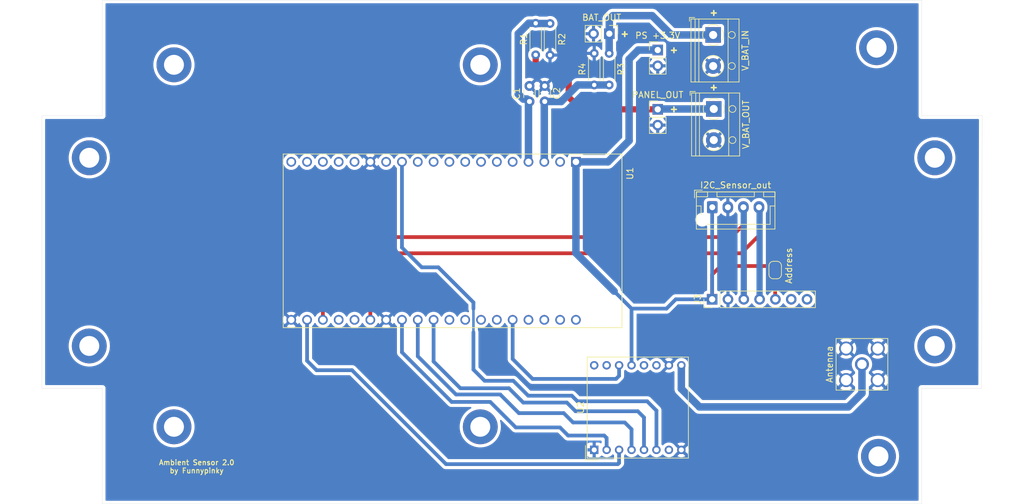
<source format=kicad_pcb>
(kicad_pcb (version 20211014) (generator pcbnew)
  (layers (0 "F.Cu" signal) (31 "B.Cu" signal) (34 "B.Paste" user) (35 "F.Paste" user) (36 "B.SilkS" user "B.Silkscreen") (37 "F.SilkS" user "F.Silkscreen") (38 "B.Mask" user) (39 "F.Mask" user) (44 "Edge.Cuts" user))
  (net 0 "")
  (net 1 "Net-(J1-Pad1)")
  (net 2 "GND")
  (net 3 "V_PANEL")
  (net 6 "V_BAT")
  (net 7 "VCC")
  (net 15 "Net-(U1-Pad12)")
  (net 25 "DI0")
  (net 30 "NSS")
  (net 31 "CLK")
  (net 32 "MISO")
  (net 33 "SDA")
  (net 36 "SCL")
  (net 37 "MOSI")
  (net 43 "Net-(J3-Pad5)")
  (net 46 "Net-(J4-Pad1)")
  (net 47 "Net-(J6-Pad1)")
  (footprint "MountingHole:MountingHole_3.2mm_M3_DIN965_Pad" (layer "F.Cu") (at 184.95 106.05)
    (fp_text reference "REF**" hide)
    (fp_text value "MountingHole_3.2mm_M3_DIN965_Pad")
    (pad "1" thru_hole circle locked (at 0 0) (size 5.6 5.6) (drill 3.2) (layers *.Cu *.Mask))
  )
  (footprint "Connector_JST:JST_XH_B4B-XH-AM_1x04_P2.50mm_Vertical" (layer "F.Cu") (at 158.26 66)
    (fp_text reference "I2C_Sensor_out" (at 3.75 -3.55) (layer "F.SilkS"))
    (fp_text value "I2C_OUT")
    (fp_line (start -0.75 -2.45) (end -2.55 -2.45) (layer "F.SilkS") (width 0.12))
    (fp_line (start 3.75 2.75) (end -0.74 2.75) (layer "F.SilkS") (width 0.12))
    (fp_line (start 6.75 -2.45) (end 0.75 -2.45) (layer "F.SilkS") (width 0.12))
    (fp_line (start -2.55 -2.45) (end -2.55 -1.7) (layer "F.SilkS") (width 0.12))
    (fp_line (start 8.25 -2.45) (end 8.25 -1.7) (layer "F.SilkS") (width 0.12))
    (fp_line (start -2.85 -2.75) (end -2.85 -1.5) (layer "F.SilkS") (width 0.12))
    (fp_line (start 6.75 -1.7) (end 6.75 -2.45) (layer "F.SilkS") (width 0.12))
    (fp_line (start 0.75 -2.45) (end 0.75 -1.7) (layer "F.SilkS") (width 0.12))
    (fp_line (start -0.75 -1.7) (end -0.75 -2.45) (layer "F.SilkS") (width 0.12))
    (fp_line (start 8.25 -1.7) (end 10.05 -1.7) (layer "F.SilkS") (width 0.12))
    (fp_line (start -2.55 -1.7) (end -0.75 -1.7) (layer "F.SilkS") (width 0.12))
    (fp_line (start 0.75 -1.7) (end 6.75 -1.7) (layer "F.SilkS") (width 0.12))
    (fp_line (start 10.06 3.51) (end 10.06 -2.46) (layer "F.SilkS") (width 0.12))
    (fp_line (start -2.55 -0.2) (end -1.8 -0.2) (layer "F.SilkS") (width 0.12))
    (fp_line (start 10.05 -0.2) (end 9.3 -0.2) (layer "F.SilkS") (width 0.12))
    (fp_line (start 9.3 2.75) (end 3.75 2.75) (layer "F.SilkS") (width 0.12))
    (fp_line (start 10.05 -1.7) (end 10.05 -2.45) (layer "F.SilkS") (width 0.12))
    (fp_line (start 9.3 -0.2) (end 9.3 2.75) (layer "F.SilkS") (width 0.12))
    (fp_line (start -2.56 -2.46) (end -2.56 3.51) (layer "F.SilkS") (width 0.12))
    (fp_line (start -2.56 3.51) (end 10.06 3.51) (layer "F.SilkS") (width 0.12))
    (fp_line (start 10.05 -2.45) (end 8.25 -2.45) (layer "F.SilkS") (width 0.12))
    (fp_line (start 10.06 -2.46) (end -2.56 -2.46) (layer "F.SilkS") (width 0.12))
    (fp_line (start -1.8 -0.2) (end -1.8 1.14) (layer "F.SilkS") (width 0.12))
    (fp_line (start -1.6 -2.75) (end -2.85 -2.75) (layer "F.SilkS") (width 0.12))
    (pad "" np_thru_hole circle locked (at -1.6 2) (size 1.2 1.2) (drill 1.2) (layers *.Cu *.Mask))
    (pad "1" thru_hole roundrect locked (at 0 0) (size 1.7 1.95) (drill 0.95) (layers *.Cu *.Mask) (roundrect_rratio 0.1470588235) (net 7 "VCC"))
    (pad "2" thru_hole oval locked (at 2.5 0) (size 1.7 1.95) (drill 0.95) (layers *.Cu *.Mask) (net 2 "GND"))
    (pad "3" thru_hole oval locked (at 5 0) (size 1.7 1.95) (drill 0.95) (layers *.Cu *.Mask) (net 36 "SCL"))
    (pad "4" thru_hole oval locked (at 7.5 0) (size 1.7 1.95) (drill 0.95) (layers *.Cu *.Mask) (net 33 "SDA"))
  )
  (footprint "Resistor_THT:R_Axial_DIN0204_L3.6mm_D1.6mm_P5.08mm_Horizontal" (layer "F.Cu") (at 132.2 36.46 -90)
    (fp_text reference "R2" (at 2.54 -1.92 90) (layer "F.SilkS"))
    (fp_text value "510k")
    (fp_line (start 0.62 0.92) (end 4.46 0.92) (layer "F.SilkS") (width 0.12))
    (fp_line (start 0.62 -0.92) (end 4.46 -0.92) (layer "F.SilkS") (width 0.12))
    (pad "1" thru_hole circle locked (at 0 0 270) (size 1.4 1.4) (drill 0.7) (layers *.Cu *.Mask) (net 3 "V_PANEL"))
    (pad "2" thru_hole oval locked (at 5.08 0 270) (size 1.4 1.4) (drill 0.7) (layers *.Cu *.Mask) (net 2 "GND"))
  )
  (footprint "TerminalBlock_RND:TerminalBlock_RND_205-00012_1x02_P5.00mm_Horizontal" (layer "F.Cu") (at 158.4 38.3 -90)
    (fp_text reference "V_BAT_IN" (at 2.5 -5.16 90) (layer "F.SilkS"))
    (fp_text value "V_BAT_IN")
    (fp_line (start 6.07 -1.275) (end 6.011 -1.216) (layer "F.SilkS") (width 0.12))
    (fp_line (start 3.99 1.216) (end 3.931 1.274) (layer "F.SilkS") (width 0.12))
    (fp_line (start -2.8 3.8) (end -2.2 3.8) (layer "F.SilkS") (width 0.12))
    (fp_line (start -2.56 3.561) (end 7.56 3.561) (layer "F.SilkS") (width 0.12))
    (fp_line (start -2.56 -4.16) (end -2.56 3.561) (layer "F.SilkS") (width 0.12))
    (fp_line (start -2.56 2.9) (end 7.56 2.9) (layer "F.SilkS") (width 0.12))
    (fp_line (start -2.8 2.96) (end -2.8 3.8) (layer "F.SilkS") (width 0.12))
    (fp_line (start 3.82 0.976) (end 3.726 1.069) (layer "F.SilkS") (width 0.12))
    (fp_line (start -2.56 2.3) (end 7.56 2.3) (layer "F.SilkS") (width 0.12))
    (fp_line (start -2.56 -4.16) (end 7.56 -4.16) (layer "F.SilkS") (width 0.12))
    (fp_line (start -2.56 -2.4) (end 7.56 -2.4) (layer "F.SilkS") (width 0.12))
    (fp_line (start 6.275 -1.069) (end 6.181 -0.976) (layer "F.SilkS") (width 0.12))
    (fp_line (start 7.56 -4.16) (end 7.56 3.561) (layer "F.SilkS") (width 0.12))
    (fp_arc (start -0.789089 -1.483953) (mid -0.00005 -1.680708) (end 0.789 -1.484) (layer "F.SilkS") (width 0.12))
    (fp_arc (start -1.483953 0.789089) (mid -1.680708 0.00005) (end -1.484 -0.789) (layer "F.SilkS") (width 0.12))
    (fp_arc (start 0.029383 1.68045) (mid -0.392304 1.634281) (end -0.789 1.484) (layer "F.SilkS") (width 0.12))
    (fp_arc (start 1.483953 -0.789089) (mid 1.680708 -0.00005) (end 1.484 0.789) (layer "F.SilkS") (width 0.12))
    (fp_arc (start 0.788712 1.483352) (mid 0.406429 1.630097) (end 0 1.68) (layer "F.SilkS") (width 0.12))
    (fp_circle (center 5 0) (end 6.68 0) (layer "F.SilkS") (width 0.12) (fill none))
    (fp_circle (center 5 -3) (end 5.55 -3) (layer "F.SilkS") (width 0.12) (fill none))
    (fp_circle (center 0 -3) (end 0.55 -3) (layer "F.SilkS") (width 0.12) (fill none))
    (pad "1" thru_hole rect locked (at 0 0 270) (size 2.5 2.5) (drill 1.3) (layers *.Cu *.Mask) (net 47 "Net-(J6-Pad1)"))
    (pad "2" thru_hole circle locked (at 5 0 270) (size 2.5 2.5) (drill 1.3) (layers *.Cu *.Mask) (net 2 "GND"))
  )
  (footprint "MountingHole:MountingHole_3.2mm_M3_DIN965_Pad" (layer "F.Cu") (at 58.2 88.3)
    (fp_text reference "REF**" hide)
    (fp_text value "MountingHole_3.2mm_M3_DIN965_Pad")
    (pad "1" thru_hole circle locked (at 0 0) (size 5.6 5.6) (drill 3.2) (layers *.Cu *.Mask))
  )
  (footprint "Capacitor_THT:C_Disc_D3.0mm_W1.6mm_P2.50mm" (layer "F.Cu") (at 131.35 49 90)
    (fp_text reference "C2" (at 1.3 1.95 90) (layer "F.SilkS"))
    (fp_text value "100nF")
    (fp_line (start 0.621 -0.92) (end 1.879 -0.92) (layer "F.SilkS") (width 0.12))
    (fp_line (start 0.621 0.92) (end 1.879 0.92) (layer "F.SilkS") (width 0.12))
    (pad "1" thru_hole circle locked (at 0 0 90) (size 1.6 1.6) (drill 0.8) (layers *.Cu *.Mask) (net 6 "V_BAT"))
    (pad "2" thru_hole circle locked (at 2.5 0 90) (size 1.6 1.6) (drill 0.8) (layers *.Cu *.Mask) (net 2 "GND"))
  )
  (footprint "TerminalBlock_RND:TerminalBlock_RND_205-00012_1x02_P5.00mm_Horizontal" (layer "F.Cu") (at 158.5 50.2 -90)
    (fp_text reference "V_BAT_OUT" (at 2.5 -5.16 90) (layer "F.SilkS"))
    (fp_text value "V_PANEL_IN")
    (fp_line (start 6.275 -1.069) (end 6.181 -0.976) (layer "F.SilkS") (width 0.12))
    (fp_line (start 3.99 1.216) (end 3.931 1.274) (layer "F.SilkS") (width 0.12))
    (fp_line (start -2.56 -4.16) (end -2.56 3.561) (layer "F.SilkS") (width 0.12))
    (fp_line (start -2.56 -2.4) (end 7.56 -2.4) (layer "F.SilkS") (width 0.12))
    (fp_line (start 7.56 -4.16) (end 7.56 3.561) (layer "F.SilkS") (width 0.12))
    (fp_line (start 6.07 -1.275) (end 6.011 -1.216) (layer "F.SilkS") (width 0.12))
    (fp_line (start -2.56 -4.16) (end 7.56 -4.16) (layer "F.SilkS") (width 0.12))
    (fp_line (start -2.8 3.8) (end -2.2 3.8) (layer "F.SilkS") (width 0.12))
    (fp_line (start -2.56 3.561) (end 7.56 3.561) (layer "F.SilkS") (width 0.12))
    (fp_line (start 3.82 0.976) (end 3.726 1.069) (layer "F.SilkS") (width 0.12))
    (fp_line (start -2.8 2.96) (end -2.8 3.8) (layer "F.SilkS") (width 0.12))
    (fp_line (start -2.56 2.9) (end 7.56 2.9) (layer "F.SilkS") (width 0.12))
    (fp_line (start -2.56 2.3) (end 7.56 2.3) (layer "F.SilkS") (width 0.12))
    (fp_arc (start 0.788712 1.483352) (mid 0.406429 1.630097) (end 0 1.68) (layer "F.SilkS") (width 0.12))
    (fp_arc (start -1.483953 0.789089) (mid -1.680708 0.00005) (end -1.484 -0.789) (layer "F.SilkS") (width 0.12))
    (fp_arc (start 1.483953 -0.789089) (mid 1.680708 -0.00005) (end 1.484 0.789) (layer "F.SilkS") (width 0.12))
    (fp_arc (start 0.029383 1.68045) (mid -0.392304 1.634281) (end -0.789 1.484) (layer "F.SilkS") (width 0.12))
    (fp_arc (start -0.789089 -1.483953) (mid -0.00005 -1.680708) (end 0.789 -1.484) (layer "F.SilkS") (width 0.12))
    (fp_circle (center 0 -3) (end 0.55 -3) (layer "F.SilkS") (width 0.12) (fill none))
    (fp_circle (center 5 -3) (end 5.55 -3) (layer "F.SilkS") (width 0.12) (fill none))
    (fp_circle (center 5 0) (end 6.68 0) (layer "F.SilkS") (width 0.12) (fill none))
    (pad "1" thru_hole rect locked (at 0 0 270) (size 2.5 2.5) (drill 1.3) (layers *.Cu *.Mask) (net 46 "Net-(J4-Pad1)"))
    (pad "2" thru_hole circle locked (at 5 0 270) (size 2.5 2.5) (drill 1.3) (layers *.Cu *.Mask) (net 2 "GND"))
  )
  (footprint "Connector_PinHeader_2.54mm:PinHeader_1x02_P2.54mm_Vertical" (layer "F.Cu") (at 149.5 40.725)
    (fp_text reference "PS +3,3V" (at 0 -2.33) (layer "F.SilkS"))
    (fp_text value "PS")
    (fp_line (start -1.33 1.27) (end -1.33 3.87) (layer "F.SilkS") (width 0.12))
    (fp_line (start -1.33 1.27) (end 1.33 1.27) (layer "F.SilkS") (width 0.12))
    (fp_line (start -1.33 0) (end -1.33 -1.33) (layer "F.SilkS") (width 0.12))
    (fp_line (start -1.33 -1.33) (end 0 -1.33) (layer "F.SilkS") (width 0.12))
    (fp_line (start -1.33 3.87) (end 1.33 3.87) (layer "F.SilkS") (width 0.12))
    (fp_line (start 1.33 1.27) (end 1.33 3.87) (layer "F.SilkS") (width 0.12))
    (pad "1" thru_hole rect locked (at 0 0) (size 1.7 1.7) (drill 1) (layers *.Cu *.Mask) (net 7 "VCC"))
    (pad "2" thru_hole oval locked (at 0 2.54) (size 1.7 1.7) (drill 1) (layers *.Cu *.Mask) (net 2 "GND"))
  )
  (footprint "MountingHole:MountingHole_3.2mm_M3_DIN965_Pad" (layer "F.Cu") (at 194 88.3)
    (fp_text reference "REF**" hide)
    (fp_text value "MountingHole_3.2mm_M3_DIN965_Pad")
    (pad "1" thru_hole circle locked (at 0 0) (size 5.6 5.6) (drill 3.2) (layers *.Cu *.Mask))
  )
  (footprint "Connector_PinHeader_2.54mm:PinHeader_1x02_P2.54mm_Vertical" (layer "F.Cu") (at 149.5 50.26)
    (fp_text reference "PANEL_OUT" (at 0 -2.33 180) (layer "F.SilkS"))
    (fp_text value "V_PANEL_OUT")
    (fp_line (start -1.33 0) (end -1.33 -1.33) (layer "F.SilkS") (width 0.12))
    (fp_line (start -1.33 1.27) (end -1.33 3.87) (layer "F.SilkS") (width 0.12))
    (fp_line (start 1.33 1.27) (end 1.33 3.87) (layer "F.SilkS") (width 0.12))
    (fp_line (start -1.33 1.27) (end 1.33 1.27) (layer "F.SilkS") (width 0.12))
    (fp_line (start -1.33 -1.33) (end 0 -1.33) (layer "F.SilkS") (width 0.12))
    (fp_line (start -1.33 3.87) (end 1.33 3.87) (layer "F.SilkS") (width 0.12))
    (pad "1" thru_hole rect locked (at 0 0) (size 1.7 1.7) (drill 1) (layers *.Cu *.Mask) (net 46 "Net-(J4-Pad1)"))
    (pad "2" thru_hole oval locked (at 0 2.54) (size 1.7 1.7) (drill 1) (layers *.Cu *.Mask) (net 2 "GND"))
  )
  (footprint "Resistor_THT:R_Axial_DIN0204_L3.6mm_D1.6mm_P5.08mm_Horizontal" (layer "F.Cu") (at 139.3 46.34 90)
    (fp_text reference "R4" (at 2.54 -1.92 90) (layer "F.SilkS"))
    (fp_text value "510k")
    (fp_line (start 0.62 0.92) (end 4.46 0.92) (layer "F.SilkS") (width 0.12))
    (fp_line (start 0.62 -0.92) (end 4.46 -0.92) (layer "F.SilkS") (width 0.12))
    (pad "1" thru_hole circle locked (at 0 0 90) (size 1.4 1.4) (drill 0.7) (layers *.Cu *.Mask) (net 6 "V_BAT"))
    (pad "2" thru_hole oval locked (at 5.08 0 90) (size 1.4 1.4) (drill 0.7) (layers *.Cu *.Mask) (net 2 "GND"))
  )
  (footprint "MountingHole:MountingHole_3.2mm_M3_DIN965_Pad" (layer "F.Cu") (at 58.2 58.05)
    (fp_text reference "REF**" hide)
    (fp_text value "MountingHole_3.2mm_M3_DIN965_Pad")
    (pad "1" thru_hole circle locked (at 0 0) (size 5.6 5.6) (drill 3.2) (layers *.Cu *.Mask))
  )
  (footprint "Resistor_THT:R_Axial_DIN0204_L3.6mm_D1.6mm_P5.08mm_Horizontal" (layer "F.Cu") (at 141.7 41.26 -90)
    (fp_text reference "R3" (at 2.54 -1.92 90) (layer "F.SilkS"))
    (fp_text value "2.2M")
    (fp_line (start 0.62 -0.92) (end 4.46 -0.92) (layer "F.SilkS") (width 0.12))
    (fp_line (start 0.62 0.92) (end 4.46 0.92) (layer "F.SilkS") (width 0.12))
    (pad "1" thru_hole circle locked (at 0 0 270) (size 1.4 1.4) (drill 0.7) (layers *.Cu *.Mask) (net 47 "Net-(J6-Pad1)"))
    (pad "2" thru_hole oval locked (at 5.08 0 270) (size 1.4 1.4) (drill 0.7) (layers *.Cu *.Mask) (net 6 "V_BAT"))
  )
  (footprint "MountingHole:MountingHole_3.2mm_M3_DIN965_Pad" (layer "F.Cu") (at 71.8 101.3)
    (fp_text reference "REF**" hide)
    (fp_text value "MountingHole_3.2mm_M3_DIN965_Pad")
    (pad "1" thru_hole circle locked (at 0 0) (size 5.6 5.6) (drill 3.2) (layers *.Cu *.Mask))
  )
  (footprint "MountingHole:MountingHole_3.2mm_M3_DIN965_Pad" (layer "F.Cu") (at 121 43.1)
    (fp_text reference "REF**" hide)
    (fp_text value "MountingHole_3.2mm_M3_DIN965_Pad")
    (pad "1" thru_hole circle locked (at 0 0) (size 5.6 5.6) (drill 3.2) (layers *.Cu *.Mask))
  )
  (footprint "Capacitor_THT:C_Disc_D3.0mm_W1.6mm_P2.50mm" (layer "F.Cu") (at 128.9 49 90)
    (fp_text reference "C1" (at 1.25 -2.05 90) (layer "F.SilkS"))
    (fp_text value "100nF")
    (fp_line (start 0.621 0.92) (end 1.879 0.92) (layer "F.SilkS") (width 0.12))
    (fp_line (start 0.621 -0.92) (end 1.879 -0.92) (layer "F.SilkS") (width 0.12))
    (pad "1" thru_hole circle locked (at 0 0 90) (size 1.6 1.6) (drill 0.8) (layers *.Cu *.Mask) (net 3 "V_PANEL"))
    (pad "2" thru_hole circle locked (at 2.5 0 90) (size 1.6 1.6) (drill 0.8) (layers *.Cu *.Mask) (net 2 "GND"))
  )
  (footprint "Resistor_THT:R_Axial_DIN0204_L3.6mm_D1.6mm_P5.08mm_Horizontal" (layer "F.Cu") (at 129.9 41.5 90)
    (fp_text reference "R1" (at 2.54 -1.92 90) (layer "F.SilkS"))
    (fp_text value "10M")
    (fp_line (start 0.62 0.92) (end 4.46 0.92) (layer "F.SilkS") (width 0.12))
    (fp_line (start 0.62 -0.92) (end 4.46 -0.92) (layer "F.SilkS") (width 0.12))
    (pad "1" thru_hole circle locked (at 0 0 90) (size 1.4 1.4) (drill 0.7) (layers *.Cu *.Mask) (net 46 "Net-(J4-Pad1)"))
    (pad "2" thru_hole oval locked (at 5.08 0 90) (size 1.4 1.4) (drill 0.7) (layers *.Cu *.Mask) (net 3 "V_PANEL"))
  )
  (footprint "Jumper:SolderJumper-2_P1.3mm_Open_RoundedPad1.0x1.5mm" (layer "F.Cu") (at 168.36 76.1 90)
    (fp_text reference "Address" (at 0.7 2.2 270) (layer "F.SilkS"))
    (fp_text value "Address Select")
    (fp_line (start 0.7 1) (end -0.7 1) (layer "F.SilkS") (width 0.12))
    (fp_line (start -1.4 0.3) (end -1.4 -0.3) (layer "F.SilkS") (width 0.12))
    (fp_line (start -0.7 -1) (end 0.7 -1) (layer "F.SilkS") (width 0.12))
    (fp_line (start 1.4 -0.3) (end 1.4 0.3) (layer "F.SilkS") (width 0.12))
    (fp_arc (start 1.4 0.3) (mid 1.194975 0.794975) (end 0.7 1) (layer "F.SilkS") (width 0.12))
    (fp_arc (start -1.4 -0.3) (mid -1.194975 -0.794975) (end -0.7 -1) (layer "F.SilkS") (width 0.12))
    (fp_arc (start -0.7 1) (mid -1.194975 0.794975) (end -1.4 0.3) (layer "F.SilkS") (width 0.12))
    (fp_arc (start 0.7 -1) (mid 1.194975 -0.794975) (end 1.4 -0.3) (layer "F.SilkS") (width 0.12))
    (pad "1" smd custom locked (at -0.65 0 90) (size 1 0.5) (layers "F.Cu" "F.Mask") (net 43 "Net-(J3-Pad5)") (options (clearance outline) (anchor rect)) (primitives (gr_circle (center 0 0.25) (end 0.5 0.25) (width 0) (fill yes)) (gr_circle (center 0 -0.25) (end 0.5 -0.25) (width 0) (fill yes)) (gr_poly (pts (xy 0 -0.75) (xy 0.5 -0.75) (xy 0.5 0.75) (xy 0 0.75)) (width 0) (fill yes))))
    (pad "2" smd custom locked (at 0.65 0 90) (size 1 0.5) (layers "F.Cu" "F.Mask") (net 7 "VCC") (options (clearance outline) (anchor rect)) (primitives (gr_circle (center 0 0.25) (end 0.5 0.25) (width 0) (fill yes)) (gr_circle (center 0 -0.25) (end 0.5 -0.25) (width 0) (fill yes)) (gr_poly (pts (xy 0 -0.75) (xy -0.5 -0.75) (xy -0.5 0.75) (xy 0 0.75)) (width 0) (fill yes))))
  )
  (footprint "Connector_PinHeader_2.54mm:PinHeader_1x02_P2.54mm_Vertical" (layer "F.Cu") (at 141.725 38.1 -90)
    (fp_text reference "BAT_OUT" (at -2.6 1.225 180) (layer "F.SilkS"))
    (fp_text value "V_BAT_OUT")
    (fp_line (start -1.33 1.27) (end -1.33 3.87) (layer "F.SilkS") (width 0.12))
    (fp_line (start -1.33 -1.33) (end 0 -1.33) (layer "F.SilkS") (width 0.12))
    (fp_line (start -1.33 0) (end -1.33 -1.33) (layer "F.SilkS") (width 0.12))
    (fp_line (start -1.33 3.87) (end 1.33 3.87) (layer "F.SilkS") (width 0.12))
    (fp_line (start 1.33 1.27) (end 1.33 3.87) (layer "F.SilkS") (width 0.12))
    (fp_line (start -1.33 1.27) (end 1.33 1.27) (layer "F.SilkS") (width 0.12))
    (pad "1" thru_hole rect locked (at 0 0 270) (size 1.7 1.7) (drill 1) (layers *.Cu *.Mask) (net 47 "Net-(J6-Pad1)"))
    (pad "2" thru_hole oval locked (at 0 2.54 270) (size 1.7 1.7) (drill 1) (layers *.Cu *.Mask) (net 2 "GND"))
  )
  (footprint "MountingHole:MountingHole_3.2mm_M3_DIN965_Pad" (layer "F.Cu") (at 71.8 43.1)
    (fp_text reference "REF**" hide)
    (fp_text value "MountingHole_3.2mm_M3_DIN965_Pad")
    (pad "1" thru_hole circle locked (at 0 0) (size 5.6 5.6) (drill 3.2) (layers *.Cu *.Mask))
  )
  (footprint "MountingHole:MountingHole_3.2mm_M3_DIN965_Pad" (layer "F.Cu") (at 121 101.3)
    (fp_text reference "REF**" hide)
    (fp_text value "MountingHole_3.2mm_M3_DIN965_Pad")
    (pad "1" thru_hole circle locked (at 0 0) (size 5.6 5.6) (drill 3.2) (layers *.Cu *.Mask))
  )
  (footprint "ESP32-DEVKITC-32D:MODULE_ESP32-DEVKITC-32D" (layer "F.Cu") (at 116.6 71.4 -90)
    (fp_text reference "U1" (at -10.829175 -28.446045 90) (layer "F.SilkS") (effects (font (size 1.000386 1.000386))))
    (fp_text value "ESP32-DevKitC")
    (fp_line (start -13.95 -27.15) (end 13.95 -27.15) (layer "F.SilkS") (width 0.127))
    (fp_line (start 13.95 27.25) (end -13.95 27.25) (layer "F.SilkS") (width 0.127))
    (fp_line (start -13.95 27.25) (end -13.95 -27.15) (layer "F.SilkS") (width 0.127))
    (fp_line (start 13.95 -27.15) (end 13.95 27.25) (layer "F.SilkS") (width 0.127))
    (pad "1" thru_hole rect locked (at -12.7 -19.76 270) (size 1.56 1.56) (drill 1.04) (layers *.Cu *.Mask) (net 7 "VCC"))
    (pad "2" thru_hole circle locked (at -12.7 -17.22 270) (size 1.56 1.56) (drill 1.04) (layers *.Cu *.Mask))
    (pad "3" thru_hole circle locked (at -12.7 -14.68 270) (size 1.56 1.56) (drill 1.04) (layers *.Cu *.Mask) (net 6 "V_BAT"))
    (pad "4" thru_hole circle locked (at -12.7 -12.14 270) (size 1.56 1.56) (drill 1.04) (layers *.Cu *.Mask) (net 3 "V_PANEL"))
    (pad "5" thru_hole circle locked (at -12.7 -9.6 270) (size 1.56 1.56) (drill 1.04) (layers *.Cu *.Mask))
    (pad "6" thru_hole circle locked (at -12.7 -7.06 270) (size 1.56 1.56) (drill 1.04) (layers *.Cu *.Mask))
    (pad "7" thru_hole circle locked (at -12.7 -4.52 270) (size 1.56 1.56) (drill 1.04) (layers *.Cu *.Mask))
    (pad "8" thru_hole circle locked (at -12.7 -1.98 270) (size 1.56 1.56) (drill 1.04) (layers *.Cu *.Mask))
    (pad "9" thru_hole circle locked (at -12.7 0.56 270) (size 1.56 1.56) (drill 1.04) (layers *.Cu *.Mask))
    (pad "10" thru_hole circle locked (at -12.7 3.1 270) (size 1.56 1.56) (drill 1.04) (layers *.Cu *.Mask))
    (pad "11" thru_hole circle locked (at -12.7 5.64 270) (size 1.56 1.56) (drill 1.04) (layers *.Cu *.Mask))
    (pad "12" thru_hole circle locked (at -12.7 8.18 270) (size 1.56 1.56) (drill 1.04) (layers *.Cu *.Mask) (net 15 "Net-(U1-Pad12)"))
    (pad "13" thru_hole circle locked (at -12.7 10.72 270) (size 1.56 1.56) (drill 1.04) (layers *.Cu *.Mask))
    (pad "14" thru_hole circle locked (at -12.7 13.26 270) (size 1.56 1.56) (drill 1.04) (layers *.Cu *.Mask) (net 2 "GND"))
    (pad "15" thru_hole circle locked (at -12.7 15.8 270) (size 1.56 1.56) (drill 1.04) (layers *.Cu *.Mask))
    (pad "16" thru_hole circle locked (at -12.7 18.34 270) (size 1.56 1.56) (drill 1.04) (layers *.Cu *.Mask))
    (pad "17" thru_hole circle locked (at -12.7 20.88 270) (size 1.56 1.56) (drill 1.04) (layers *.Cu *.Mask))
    (pad "18" thru_hole circle locked (at -12.7 23.42 270) (size 1.56 1.56) (drill 1.04) (layers *.Cu *.Mask))
    (pad "19" thru_hole circle locked (at -12.7 25.96 270) (size 1.56 1.56) (drill 1.04) (layers *.Cu *.Mask))
    (pad "20" thru_hole circle locked (at 12.7 -19.76 270) (size 1.56 1.56) (drill 1.04) (layers *.Cu *.Mask))
    (pad "21" thru_hole circle locked (at 12.7 -17.22 270) (size 1.56 1.56) (drill 1.04) (layers *.Cu *.Mask))
    (pad "22" thru_hole circle locked (at 12.7 -14.68 270) (size 1.56 1.56) (drill 1.04) (layers *.Cu *.Mask))
    (pad "23" thru_hole circle locked (at 12.7 -12.14 270) (size 1.56 1.56) (drill 1.04) (layers *.Cu *.Mask))
    (pad "24" thru_hole circle locked (at 12.7 -9.6 270) (size 1.56 1.56) (drill 1.04) (layers *.Cu *.Mask) (net 25 "DI0"))
    (pad "25" thru_hole circle locked (at 12.7 -7.06 270) (size 1.56 1.56) (drill 1.04) (layers *.Cu *.Mask))
    (pad "26" thru_hole circle locked (at 12.7 -4.52 270) (size 1.56 1.56) (drill 1.04) (layers *.Cu *.Mask))
    (pad "27" thru_hole circle locked (at 12.7 -1.98 270) (size 1.56 1.56) (drill 1.04) (layers *.Cu *.Mask))
    (pad "28" thru_hole circle locked (at 12.7 0.56 270) (size 1.56 1.56) (drill 1.04) (layers *.Cu *.Mask))
    (pad "29" thru_hole circle locked (at 12.7 3.1 270) (size 1.56 1.56) (drill 1.04) (layers *.Cu *.Mask) (net 30 "NSS"))
    (pad "30" thru_hole circle locked (at 12.7 5.64 270) (size 1.56 1.56) (drill 1.04) (layers *.Cu *.Mask) (net 31 "CLK"))
    (pad "31" thru_hole circle locked (at 12.7 8.18 270) (size 1.56 1.56) (drill 1.04) (layers *.Cu *.Mask) (net 32 "MISO"))
    (pad "32" thru_hole circle locked (at 12.7 10.72 270) (size 1.56 1.56) (drill 1.04) (layers *.Cu *.Mask) (net 2 "GND"))
    (pad "33" thru_hole circle locked (at 12.7 13.26 270) (size 1.56 1.56) (drill 1.04) (layers *.Cu *.Mask) (net 33 "SDA"))
    (pad "34" thru_hole circle locked (at 12.7 15.8 270) (size 1.56 1.56) (drill 1.04) (layers *.Cu *.Mask))
    (pad "35" thru_hole circle locked (at 12.7 18.34 270) (size 1.56 1.56) (drill 1.04) (layers *.Cu *.Mask))
    (pad "36" thru_hole circle locked (at 12.7 20.88 270) (size 1.56 1.56) (drill 1.04) (layers *.Cu *.Mask) (net 36 "SCL"))
    (pad "37" thru_hole circle locked (at 12.7 23.42 270) (size 1.56 1.56) (drill 1.04) (layers *.Cu *.Mask) (net 37 "MOSI"))
    (pad "38" thru_hole circle locked (at 12.7 25.96 270) (size 1.56 1.56) (drill 1.04) (layers *.Cu *.Mask) (net 2 "GND"))
  )
  (footprint "MountingHole:MountingHole_3.2mm_M3_DIN965_Pad" (layer "F.Cu") (at 194 58.05)
    (fp_text reference "REF**" hide)
    (fp_text value "MountingHole_3.2mm_M3_DIN965_Pad")
    (pad "1" thru_hole circle locked (at 0 0) (size 5.6 5.6) (drill 3.2) (layers *.Cu *.Mask))
  )
  (footprint "RF_Module:HOPERF_RFM9XW_THT" (layer "F.Cu") (at 139.2925 105.0075 90)
    (fp_text reference "U2" (at 6.8 -2.17 90) (layer "F.SilkS"))
    (fp_text value "RFM95W-868S2")
    (fp_line (start -1.325 -1.125) (end 14.925 -1.125) (layer "F.SilkS") (width 0.12))
    (fp_line (start 14.925 -1.125) (end 14.925 15.125) (layer "F.SilkS") (width 0.12))
    (fp_line (start -1.6 -1.4) (end 0.7 -1.4) (layer "F.SilkS") (width 0.12))
    (fp_line (start 14.925 15.125) (end -1.325 15.125) (layer "F.SilkS") (width 0.12))
    (fp_line (start -1.6 0.7) (end -1.6 -1.4) (layer "F.SilkS") (width 0.12))
    (fp_line (start -1.325 15.125) (end -1.325 -1.125) (layer "F.SilkS") (width 0.12))
    (pad "1" thru_hole rect locked (at 0 0 90) (size 1.35 1.35) (drill 0.8) (layers *.Cu *.Mask) (net 2 "GND"))
    (pad "2" thru_hole circle locked (at 0 2 90) (size 1.35 1.35) (drill 0.8) (layers *.Cu *.Mask) (net 32 "MISO"))
    (pad "3" thru_hole circle locked (at 0 4 90) (size 1.35 1.35) (drill 0.8) (layers *.Cu *.Mask) (net 37 "MOSI"))
    (pad "4" thru_hole circle locked (at 0 6 90) (size 1.35 1.35) (drill 0.8) (layers *.Cu *.Mask) (net 31 "CLK"))
    (pad "5" thru_hole circle locked (at 0 8 90) (size 1.35 1.35) (drill 0.8) (layers *.Cu *.Mask) (net 30 "NSS"))
    (pad "6" thru_hole circle locked (at 0 10 90) (size 1.35 1.35) (drill 0.8) (layers *.Cu *.Mask) (net 15 "Net-(U1-Pad12)"))
    (pad "7" thru_hole circle locked (at 0 12 90) (size 1.35 1.35) (drill 0.8) (layers *.Cu *.Mask))
    (pad "8" thru_hole circle locked (at 0 14 90) (size 1.35 1.35) (drill 0.8) (layers *.Cu *.Mask) (net 2 "GND"))
    (pad "9" thru_hole circle locked (at 13.6 14 90) (size 1.35 1.35) (drill 0.8) (layers *.Cu *.Mask) (net 1 "Net-(J1-Pad1)"))
    (pad "10" thru_hole circle locked (at 13.6 12 90) (size 1.35 1.35) (drill 0.8) (layers *.Cu *.Mask) (net 2 "GND"))
    (pad "11" thru_hole circle locked (at 13.6 10 90) (size 1.35 1.35) (drill 0.8) (layers *.Cu *.Mask))
    (pad "12" thru_hole circle locked (at 13.6 8 90) (size 1.35 1.35) (drill 0.8) (layers *.Cu *.Mask))
    (pad "13" thru_hole circle locked (at 13.6 6 90) (size 1.35 1.35) (drill 0.8) (layers *.Cu *.Mask) (net 7 "VCC"))
    (pad "14" thru_hole circle locked (at 13.6 4 90) (size 1.35 1.35) (drill 0.8) (layers *.Cu *.Mask) (net 25 "DI0"))
    (pad "15" thru_hole circle locked (at 13.6 2 90) (size 1.35 1.35) (drill 0.8) (layers *.Cu *.Mask))
    (pad "16" thru_hole circle locked (at 13.6 0 90) (size 1.35 1.35) (drill 0.8) (layers *.Cu *.Mask))
  )
  (footprint "Connector_Coaxial:SMA_Amphenol_132203-12_Horizontal" (layer "F.Cu") (at 182.3 91.25)
    (fp_text reference "Antenna" (at -5.2 0 90) (layer "F.SilkS"))
    (fp_text value "Conn_Coaxial")
    (fp_line (start -4.15 -4.15) (end -4.15 4.15) (layer "F.SilkS") (width 0.12))
    (fp_line (start -4.15 -4.15) (end 4.15 -4.15) (layer "F.SilkS") (width 0.12))
    (fp_line (start -4.15 4.15) (end 4.15 4.15) (layer "F.SilkS") (width 0.12))
    (fp_line (start 4.15 -4.15) (end 4.15 4.15) (layer "F.SilkS") (width 0.12))
    (pad "1" thru_hole circle locked (at 0 0) (size 2.25 2.25) (drill 1.5) (layers *.Cu *.Mask) (net 1 "Net-(J1-Pad1)"))
    (pad "2" thru_hole circle locked (at 2.54 2.54 90) (size 2.25 2.25) (drill 1.7) (layers *.Cu *.Mask) (net 2 "GND"))
    (pad "2" thru_hole circle locked (at -2.54 -2.54) (size 2.25 2.25) (drill 1.7) (layers *.Cu *.Mask) (net 2 "GND"))
    (pad "2" thru_hole circle locked (at 2.54 -2.54) (size 2.25 2.25) (drill 1.7) (layers *.Cu *.Mask) (net 2 "GND"))
    (pad "2" thru_hole circle locked (at -2.54 2.54) (size 2.25 2.25) (drill 1.7) (layers *.Cu *.Mask) (net 2 "GND"))
  )
  (footprint "Connector_PinHeader_2.54mm:PinHeader_1x07_P2.54mm_Vertical" (layer "F.Cu") (at 158.24 80.8 90)
    (fp_text reference "J3" (at 0 -2.33 90) (layer "F.SilkS"))
    (fp_text value "MS5611")
    (fp_line (start 1.33 1.27) (end 1.33 16.57) (layer "F.SilkS") (width 0.12))
    (fp_line (start -1.33 1.27) (end -1.33 16.57) (layer "F.SilkS") (width 0.12))
    (fp_line (start -1.33 0) (end -1.33 -1.33) (layer "F.SilkS") (width 0.12))
    (fp_line (start -1.33 1.27) (end 1.33 1.27) (layer "F.SilkS") (width 0.12))
    (fp_line (start -1.33 -1.33) (end 0 -1.33) (layer "F.SilkS") (width 0.12))
    (fp_line (start -1.33 16.57) (end 1.33 16.57) (layer "F.SilkS") (width 0.12))
    (pad "1" thru_hole rect locked (at 0 0 90) (size 1.7 1.7) (drill 1) (layers *.Cu *.Mask) (net 7 "VCC"))
    (pad "2" thru_hole oval locked (at 0 2.54 90) (size 1.7 1.7) (drill 1) (layers *.Cu *.Mask) (net 2 "GND"))
    (pad "3" thru_hole oval locked (at 0 5.08 90) (size 1.7 1.7) (drill 1) (layers *.Cu *.Mask) (net 36 "SCL"))
    (pad "4" thru_hole oval locked (at 0 7.62 90) (size 1.7 1.7) (drill 1) (layers *.Cu *.Mask) (net 33 "SDA"))
    (pad "5" thru_hole oval locked (at 0 10.16 90) (size 1.7 1.7) (drill 1) (layers *.Cu *.Mask) (net 43 "Net-(J3-Pad5)"))
    (pad "6" thru_hole oval locked (at 0 12.7 90) (size 1.7 1.7) (drill 1) (layers *.Cu *.Mask))
    (pad "7" thru_hole oval locked (at 0 15.24 90) (size 1.7 1.7) (drill 1) (layers *.Cu *.Mask))
  )
  (footprint "MountingHole:MountingHole_3.2mm_M3_DIN965_Pad" (layer "F.Cu") (at 184.65 40.35)
    (fp_text reference "REF**" hide)
    (fp_text value "MountingHole_3.2mm_M3_DIN965_Pad")
    (pad "1" thru_hole circle locked (at 0 0) (size 5.6 5.6) (drill 3.2) (layers *.Cu *.Mask))
  )
  (gr_poly (pts (xy 60.3 51.3) (xy 50.6 51.3) (xy 50.6 95.1) (xy 60.3 95.1) (xy 60.3 113.7) (xy 191.9 113.7) (xy 191.9 95.1) (xy 201.5 95.1) (xy 201.6 51.3) (xy 191.9 51.3) (xy 191.9 32.7) (xy 126.1 32.7) (xy 60.3 32.7)) (layer "Edge.Cuts") (width 0.0381) (fill none))
  (gr_text "+" (at 152.1 50.2) (layer "F.SilkS") (effects (font (size 1 1) (thickness 0.25))))
  (gr_text "Ambient Sensor 2.0\nby Funnypinky" (at 75.45 107.7) (layer "F.SilkS") (effects (font (size 0.8128 0.8128) (thickness 0.1524))))
  (gr_text "+" (at 158.5 34.7) (layer "F.SilkS") (effects (font (size 1 1) (thickness 0.25))))
  (gr_text "+" (at 144.2 38.1) (layer "F.SilkS") (effects (font (size 1 1) (thickness 0.25))))
  (gr_text "+" (at 158.5 46.7) (layer "F.SilkS") (effects (font (size 1 1) (thickness 0.25))))
  (gr_text "+" (at 152.1 40.7) (layer "F.SilkS") (effects (font (size 1 1) (thickness 0.25))))
  (segment (start 156.2 98.1) (end 180.1 98.1) (width 1.2) (layer "B.Cu") (net 1))
  (segment (start 153.2925 91.4075) (end 153.2925 95.1925) (width 1.2) (layer "B.Cu") (net 1))
  (segment (start 182.3 95.9) (end 182.3 91.25) (width 1.2) (layer "B.Cu") (net 1))
  (segment (start 180.1 98.1) (end 182.3 95.9) (width 1.2) (layer "B.Cu") (net 1))
  (segment (start 153.2925 95.1925) (end 156.2 98.1) (width 1.2) (layer "B.Cu") (net 1))
  (segment (start 128.78 36.42) (end 127.1 38.1) (width 1.2) (layer "B.Cu") (net 3))
  (segment (start 127.1 47.8) (end 127.9 48.6) (width 1.2) (layer "B.Cu") (net 3))
  (segment (start 129.9 36.42) (end 128.78 36.42) (width 1.2) (layer "B.Cu") (net 3))
  (segment (start 128.74 58.7) (end 128.74 49.16) (width 1.2) (layer "B.Cu") (net 3))
  (segment (start 128.5 48.6) (end 128.9 49) (width 1.2) (layer "B.Cu") (net 3))
  (segment (start 127.9 48.6) (end 128.5 48.6) (width 1.2) (layer "B.Cu") (net 3))
  (segment (start 128.74 49.16) (end 128.9 49) (width 1.2) (layer "B.Cu") (net 3))
  (segment (start 129.94 36.46) (end 129.9 36.42) (width 1.2) (layer "B.Cu") (net 3))
  (segment (start 132.2 36.46) (end 129.94 36.46) (width 1.2) (layer "B.Cu") (net 3))
  (segment (start 127.1 38.1) (end 127.1 47.8) (width 1.2) (layer "B.Cu") (net 3))
  (segment (start 134 49) (end 131.35 49) (width 1.2) (layer "B.Cu") (net 6))
  (segment (start 139.3 46.34) (end 141.7 46.34) (width 1.2) (layer "B.Cu") (net 6))
  (segment (start 139.3 46.34) (end 136.66 46.34) (width 1.2) (layer "B.Cu") (net 6))
  (segment (start 131.28 58.7) (end 131.28 49.07) (width 1.2) (layer "B.Cu") (net 6))
  (segment (start 136.66 46.34) (end 134 49) (width 1.2) (layer "B.Cu") (net 6))
  (segment (start 131.28 49.07) (end 131.35 49) (width 1.2) (layer "B.Cu") (net 6))
  (segment (start 168.36 75.45) (end 159.61 75.45) (width 0.6) (layer "F.Cu") (net 7))
  (segment (start 159.61 75.45) (end 158.24 76.82) (width 0.6) (layer "F.Cu") (net 7))
  (segment (start 158.24 76.82) (end 158.24 80.8) (width 0.6) (layer "F.Cu") (net 7))
  (segment (start 144.9 55.3) (end 141.5 58.7) (width 1.2) (layer "B.Cu") (net 7))
  (segment (start 149.5 40.725) (end 146.375 40.725) (width 1.2) (layer "B.Cu") (net 7))
  (segment (start 144.9 42.2) (end 144.9 55.3) (width 1.2) (layer "B.Cu") (net 7))
  (segment (start 145.2925 82.2925) (end 142.5 79.5) (width 0.6) (layer "B.Cu") (net 7))
  (segment (start 158.24 80.8) (end 158.24 66.02) (width 0.6) (layer "B.Cu") (net 7))
  (segment (start 145.2925 91.4075) (end 145.2925 82.2925) (width 0.6) (layer "B.Cu") (net 7))
  (segment (start 150.9075 82.2925) (end 152.4 80.8) (width 0.6) (layer "B.Cu") (net 7))
  (segment (start 152.4 80.8) (end 158.24 80.8) (width 0.6) (layer "B.Cu") (net 7))
  (segment (start 141.5 58.7) (end 136.36 58.7) (width 1.2) (layer "B.Cu") (net 7))
  (segment (start 158.24 66.02) (end 158.26 66) (width 0.6) (layer "B.Cu") (net 7))
  (segment (start 146.375 40.725) (end 144.9 42.2) (width 1.2) (layer "B.Cu") (net 7))
  (segment (start 136.36 58.7) (end 136.36 73.36) (width 1.2) (layer "B.Cu") (net 7))
  (segment (start 136.36 73.36) (end 142.5 79.5) (width 1.2) (layer "B.Cu") (net 7))
  (segment (start 145.2925 82.2925) (end 150.9075 82.2925) (width 0.6) (layer "B.Cu") (net 7))
  (segment (start 114.26 75.66) (end 119.9 81.3) (width 0.6) (layer "B.Cu") (net 15))
  (segment (start 119.9 86.1) (end 119.9 82.3) (width 0.4) (layer "B.Cu") (net 15))
  (segment (start 119.9 81.3) (end 119.9 82.3) (width 0.6) (layer "B.Cu") (net 15))
  (segment (start 149.2925 98.6925) (end 149.2925 105.0075) (width 0.6) (layer "B.Cu") (net 15))
  (segment (start 108.42 72.48) (end 111.6 75.66) (width 0.6) (layer "B.Cu") (net 15))
  (segment (start 119.9 86.1) (end 119.9 92.1) (width 0.6) (layer "B.Cu") (net 15))
  (segment (start 136.6 97.2) (end 147.8 97.2) (width 0.6) (layer "B.Cu") (net 15))
  (segment (start 126.3 93.9) (end 128.7 96.3) (width 0.6) (layer "B.Cu") (net 15))
  (segment (start 108.42 58.7) (end 108.42 72.48) (width 0.6) (layer "B.Cu") (net 15))
  (segment (start 147.8 97.2) (end 149.2925 98.6925) (width 0.6) (layer "B.Cu") (net 15))
  (segment (start 121.7 93.9) (end 126.3 93.9) (width 0.6) (layer "B.Cu") (net 15))
  (segment (start 128.7 96.3) (end 135.7 96.3) (width 0.6) (layer "B.Cu") (net 15))
  (segment (start 111.6 75.66) (end 114.26 75.66) (width 0.6) (layer "B.Cu") (net 15))
  (segment (start 119.9 92.1) (end 121.7 93.9) (width 0.6) (layer "B.Cu") (net 15))
  (segment (start 135.7 96.3) (end 136.6 97.2) (width 0.6) (layer "B.Cu") (net 15))
  (segment (start 129.4 93.6) (end 126.2 90.4) (width 0.6) (layer "B.Cu") (net 25))
  (segment (start 142.8 93.6) (end 129.4 93.6) (width 0.6) (layer "B.Cu") (net 25))
  (segment (start 143.2925 93.1075) (end 142.8 93.6) (width 0.6) (layer "B.Cu") (net 25))
  (segment (start 143.2925 91.4075) (end 143.2925 93.1075) (width 0.6) (layer "B.Cu") (net 25))
  (segment (start 126.2 90.4) (end 126.2 84.1) (width 0.6) (layer "B.Cu") (net 25))
  (segment (start 127.9 97.4) (end 134.9 97.4) (width 0.6) (layer "B.Cu") (net 30))
  (segment (start 125.6 95.1) (end 127.9 97.4) (width 0.6) (layer "B.Cu") (net 30))
  (segment (start 134.9 97.4) (end 136.3 98.8) (width 0.6) (layer "B.Cu") (net 30))
  (segment (start 136.3 98.8) (end 146.3 98.8) (width 0.6) (layer "B.Cu") (net 30))
  (segment (start 147.2925 99.7925) (end 147.2925 105.0075) (width 0.6) (layer "B.Cu") (net 30))
  (segment (start 117.8 95.1) (end 125.6 95.1) (width 0.6) (layer "B.Cu") (net 30))
  (segment (start 113.5 90.8) (end 117.8 95.1) (width 0.6) (layer "B.Cu") (net 30))
  (segment (start 113.5 84.1) (end 113.5 90.8) (width 0.6) (layer "B.Cu") (net 30))
  (segment (start 146.3 98.8) (end 147.2925 99.7925) (width 0.6) (layer "B.Cu") (net 30))
  (segment (start 124.2 96.1) (end 117.1 96.1) (width 0.6) (layer "B.Cu") (net 31))
  (segment (start 135.9 100.6) (end 134.4 99.1) (width 0.6) (layer "B.Cu") (net 31))
  (segment (start 110.96 89.96) (end 110.96 84.1) (width 0.6) (layer "B.Cu") (net 31))
  (segment (start 134.4 99.1) (end 127.2 99.1) (width 0.6) (layer "B.Cu") (net 31))
  (segment (start 127.2 99.1) (end 124.2 96.1) (width 0.6) (layer "B.Cu") (net 31))
  (segment (start 145.2925 105.0075) (end 145.2925 101.6925) (width 0.6) (layer "B.Cu") (net 31))
  (segment (start 117.1 96.1) (end 110.96 89.96) (width 0.6) (layer "B.Cu") (net 31))
  (segment (start 145.2925 101.6925) (end 144.2 100.6) (width 0.6) (layer "B.Cu") (net 31))
  (segment (start 144.2 100.6) (end 135.9 100.6) (width 0.6) (layer "B.Cu") (net 31))
  (segment (start 133.8 101.4) (end 126.7 101.4) (width 0.6) (layer "B.Cu") (net 32))
  (segment (start 116.4 97.3) (end 108.42 89.32) (width 0.6) (layer "B.Cu") (net 32))
  (segment (start 126.7 101.4) (end 122.6 97.3) (width 0.6) (layer "B.Cu") (net 32))
  (segment (start 141.2925 103.0925) (end 140.9 102.7) (width 0.6) (layer "B.Cu") (net 32))
  (segment (start 122.6 97.3) (end 116.4 97.3) (width 0.6) (layer "B.Cu") (net 32))
  (segment (start 108.42 89.32) (end 108.42 84.1) (width 0.6) (layer "B.Cu") (net 32))
  (segment (start 140.9 102.7) (end 135.1 102.7) (width 0.6) (layer "B.Cu") (net 32))
  (segment (start 135.1 102.7) (end 133.8 101.4) (width 0.6) (layer "B.Cu") (net 32))
  (segment (start 141.2925 105.0075) (end 141.2925 103.0925) (width 0.6) (layer "B.Cu") (net 32))
  (segment (start 106.1 73.4) (end 103.34 76.16) (width 0.6) (layer "F.Cu") (net 33))
  (segment (start 103.34 76.16) (end 103.34 84.1) (width 0.6) (layer "F.Cu") (net 33))
  (segment (start 165.76 66) (end 165.76 70.54) (width 0.6) (layer "F.Cu") (net 33))
  (segment (start 165.76 70.54) (end 162.9 73.4) (width 0.6) (layer "F.Cu") (net 33))
  (segment (start 162.9 73.4) (end 106.1 73.4) (width 0.6) (layer "F.Cu") (net 33))
  (segment (start 165.86 80.8) (end 165.86 66.1) (width 1) (layer "B.Cu") (net 33))
  (segment (start 165.86 66.1) (end 165.76 66) (width 1) (layer "B.Cu") (net 33))
  (segment (start 161.3 70.8) (end 100.9 70.8) (width 0.6) (layer "F.Cu") (net 36))
  (segment (start 95.72 75.98) (end 95.72 84.1) (width 0.6) (layer "F.Cu") (net 36))
  (segment (start 163.26 68.84) (end 161.3 70.8) (width 0.6) (layer "F.Cu") (net 36))
  (segment (start 100.9 70.8) (end 95.72 75.98) (width 0.6) (layer "F.Cu") (net 36))
  (segment (start 163.26 66) (end 163.26 68.84) (width 0.6) (layer "F.Cu") (net 36))
  (segment (start 163.32 80.8) (end 163.32 66.06) (width 1) (layer "B.Cu") (net 36))
  (segment (start 163.32 66.06) (end 163.26 66) (width 1) (layer "B.Cu") (net 36))
  (segment (start 143.1 107.3) (end 143.2925 107.1075) (width 0.6) (layer "B.Cu") (net 37))
  (segment (start 100.4 92.2) (end 115.5 107.3) (width 0.6) (layer "B.Cu") (net 37))
  (segment (start 143.2925 107.1075) (end 143.2925 105.0075) (width 0.6) (layer "B.Cu") (net 37))
  (segment (start 94.7 92.2) (end 100.4 92.2) (width 0.6) (layer "B.Cu") (net 37))
  (segment (start 115.5 107.3) (end 143.1 107.3) (width 0.6) (layer "B.Cu") (net 37))
  (segment (start 93.18 90.68) (end 94.7 92.2) (width 0.6) (layer "B.Cu") (net 37))
  (segment (start 93.18 84.1) (end 93.18 90.68) (width 0.6) (layer "B.Cu") (net 37))
  (segment (start 168.36 80.76) (end 168.4 80.8) (width 0.6) (layer "F.Cu") (net 43))
  (segment (start 168.36 76.75) (end 168.36 80.76) (width 0.6) (layer "F.Cu") (net 43))
  (segment (start 129.9 43.4) (end 129.9 41.5) (width 1) (layer "F.Cu") (net 46))
  (segment (start 135.2 45.5) (end 133.8 44.1) (width 1) (layer "F.Cu") (net 46))
  (segment (start 135.2 48.3) (end 135.2 45.5) (width 1) (layer "F.Cu") (net 46))
  (segment (start 130.6 44.1) (end 129.9 43.4) (width 1) (layer "F.Cu") (net 46))
  (segment (start 133.8 44.1) (end 130.6 44.1) (width 1) (layer "F.Cu") (net 46))
  (segment (start 149.5 50.26) (end 137.16 50.26) (width 1) (layer "F.Cu") (net 46))
  (segment (start 137.16 50.26) (end 135.2 48.3) (width 1) (layer "F.Cu") (net 46))
  (segment (start 158.5 50.2) (end 149.56 50.2) (width 1.2) (layer "B.Cu") (net 46))
  (segment (start 149.56 50.2) (end 149.5 50.26) (width 1.2) (layer "B.Cu") (net 46))
  (segment (start 141.7 38.125) (end 141.725 38.1) (width 1.2) (layer "B.Cu") (net 47))
  (segment (start 142.3 35.2) (end 141.725 35.775) (width 1.2) (layer "B.Cu") (net 47))
  (segment (start 141.725 35.775) (end 141.725 38.1) (width 1.2) (layer "B.Cu") (net 47))
  (segment (start 158.4 38.3) (end 151.7 38.3) (width 1.2) (layer "B.Cu") (net 47))
  (segment (start 141.7 41.26) (end 141.7 38.125) (width 1.2) (layer "B.Cu") (net 47))
  (segment (start 148.6 35.2) (end 142.3 35.2) (width 1.2) (layer "B.Cu") (net 47))
  (segment (start 151.7 38.3) (end 148.6 35.2) (width 1.2) (layer "B.Cu") (net 47))
  (zone (net 2) (net_name "GND") (layer "B.Cu") (connect_pads (clearance 0.508)) (min_thickness 0.254) (fill yes (thermal_gap 0.508) (thermal_bridge_width 0.508))
    (polygon (pts (xy 201.6 113.7) (xy 50.6 113.7) (xy 50.6 32.7) (xy 201.6 32.7)))
  )
)
</source>
